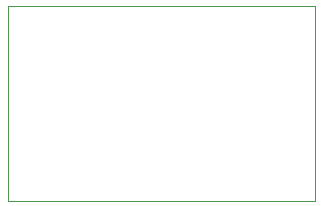
<source format=gbr>
%TF.GenerationSoftware,KiCad,Pcbnew,9.0.4*%
%TF.CreationDate,2025-10-01T23:04:30+01:00*%
%TF.ProjectId,vm_keycap_button,766d5f6b-6579-4636-9170-5f627574746f,0.4*%
%TF.SameCoordinates,PX5742de0PY47868c0*%
%TF.FileFunction,Other,User*%
%FSLAX45Y45*%
G04 Gerber Fmt 4.5, Leading zero omitted, Abs format (unit mm)*
G04 Created by KiCad (PCBNEW 9.0.4) date 2025-10-01 23:04:30*
%MOMM*%
%LPD*%
G01*
G04 APERTURE LIST*
%ADD10C,0.100000*%
%ADD11C,0.009990*%
%ADD12C,0.010830*%
%ADD13C,0.020870*%
%ADD14C,0.030680*%
%ADD15C,0.040730*%
%ADD16C,0.050790*%
%ADD17C,0.061260*%
%ADD18C,0.070940*%
%ADD19C,0.010740*%
%ADD20C,0.020680*%
%ADD21C,0.030950*%
%ADD22C,0.040680*%
%ADD23C,0.050650*%
%ADD24C,0.060840*%
%ADD25C,0.070650*%
%ADD26C,0.030670*%
%ADD27C,0.040760*%
%ADD28C,0.050750*%
%ADD29C,0.010820*%
%ADD30C,0.020690*%
%ADD31C,0.030830*%
%ADD32C,0.040690*%
%ADD33C,0.050840*%
%ADD34C,0.010710*%
%ADD35C,0.020780*%
%ADD36C,0.040800*%
%ADD37C,0.050870*%
%ADD38C,0.060820*%
G04 APERTURE END LIST*
D10*
X-1300000Y825000D02*
X1300000Y825000D01*
X1300000Y-825000D01*
X-1300000Y-825000D01*
X-1300000Y825000D01*
D11*
%TO.C,GS5*%
X-450000Y825000D02*
X-450000Y825000D01*
D12*
X-450000Y825000D02*
X-450000Y825000D01*
D13*
X-450000Y825000D02*
X-450000Y825000D01*
D14*
X-450000Y825000D02*
X-450000Y825000D01*
D15*
X-450000Y825000D02*
X-450000Y825000D01*
D16*
X-450000Y825000D02*
X-450000Y825000D01*
D17*
X-450000Y825000D02*
X-450000Y825000D01*
D18*
X-450000Y825000D02*
X-450000Y825000D01*
D11*
%TO.C,GS3*%
X-1300000Y250000D02*
X-1300000Y250000D01*
D19*
X-1300000Y250000D02*
X-1300000Y250000D01*
D20*
X-1300000Y250000D02*
X-1300000Y250000D01*
D21*
X-1300000Y250000D02*
X-1300000Y250000D01*
D22*
X-1300000Y250000D02*
X-1300000Y250000D01*
D23*
X-1300000Y250000D02*
X-1300000Y250000D01*
D24*
X-1300000Y250000D02*
X-1300000Y250000D01*
D25*
X-1300000Y250000D02*
X-1300000Y250000D01*
D11*
%TO.C,GS4*%
X-650000Y825000D02*
X-650000Y825000D01*
D12*
X-650000Y825000D02*
X-650000Y825000D01*
D13*
X-650000Y825000D02*
X-650000Y825000D01*
D26*
X-650000Y825000D02*
X-650000Y825000D01*
D27*
X-650000Y825000D02*
X-650000Y825000D01*
D28*
X-650000Y825000D02*
X-650000Y825000D01*
D11*
%TO.C,GS6*%
X-850000Y825000D02*
X-850000Y825000D01*
D29*
X-850000Y825000D02*
X-850000Y825000D01*
D30*
X-850000Y825000D02*
X-850000Y825000D01*
D31*
X-850000Y825000D02*
X-850000Y825000D01*
D32*
X-850000Y825000D02*
X-850000Y825000D01*
D33*
X-850000Y825000D02*
X-850000Y825000D01*
D11*
%TO.C,GS2*%
X-1300000Y-250000D02*
X-1300000Y-250000D01*
D34*
X-1300000Y-250000D02*
X-1300000Y-250000D01*
D35*
X-1300000Y-250000D02*
X-1300000Y-250000D01*
D14*
X-1300000Y-250000D02*
X-1300000Y-250000D01*
D11*
%TO.C,GS1*%
X-1300000Y0D02*
X-1300000Y0D01*
D19*
X-1300000Y0D02*
X-1300000Y0D01*
D20*
X-1300000Y0D02*
X-1300000Y0D01*
D21*
X-1300000Y0D02*
X-1300000Y0D01*
D36*
X-1300000Y0D02*
X-1300000Y0D01*
D37*
X-1300000Y0D02*
X-1300000Y0D01*
D38*
X-1300000Y0D02*
X-1300000Y0D01*
%TD*%
M02*

</source>
